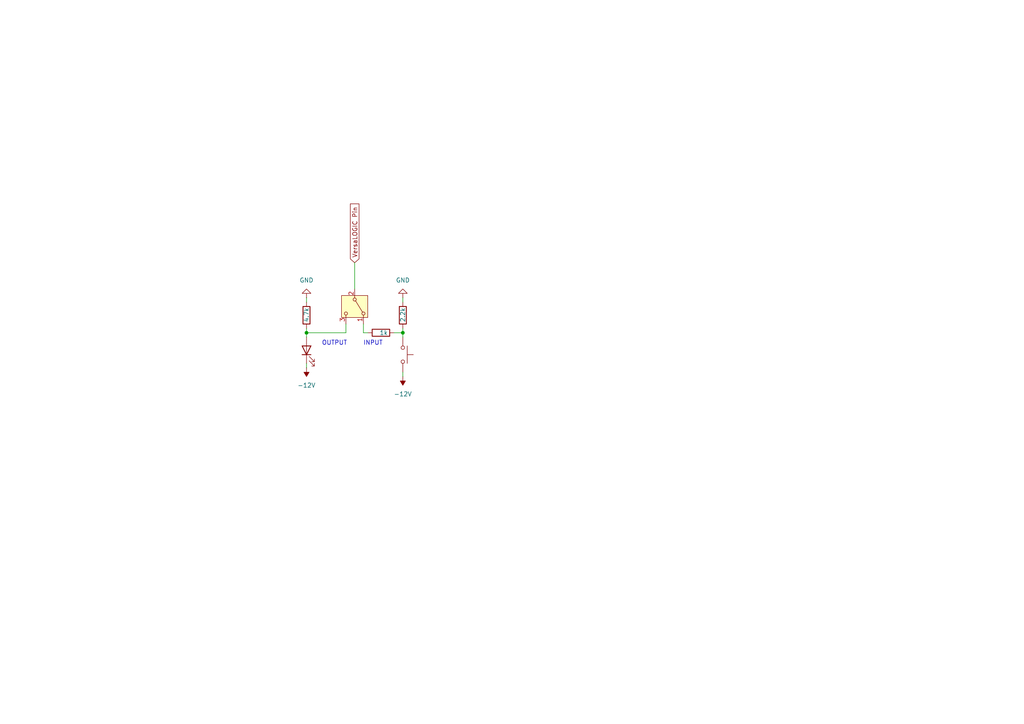
<source format=kicad_sch>
(kicad_sch (version 20250114) (generator "eeschema") (generator_version "9.0")
  (paper "A4")
  (lib_symbols
    (symbol "Device:LED" (pin_numbers (hide yes)) (pin_names (offset 1.016) (hide yes))
      (property "Reference" "D" (at 0 2.54 0))
      (property "Value" "LED" (at 0 -2.54 0))
      (symbol "LED_0_1"
        (polyline (pts (xy -3.048 -0.762) (xy -4.572 -2.286) (xy -3.81 -2.286) (xy -4.572 -2.286) (xy -4.572 -1.524)))
        (polyline (pts (xy -1.778 -0.762) (xy -3.302 -2.286) (xy -2.54 -2.286) (xy -3.302 -2.286) (xy -3.302 -1.524)))
        (polyline (pts (xy -1.27 0) (xy 1.27 0)))
        (polyline (pts (xy -1.27 -1.27) (xy -1.27 1.27)) (stroke (width 0.254)))
        (polyline (pts (xy 1.27 -1.27) (xy 1.27 1.27) (xy -1.27 0) (xy 1.27 -1.27)) (stroke (width 0.254)))
      )
      (symbol "LED_1_1"
        (pin passive line (at -3.81 0 0) (length 2.54) (name "K") (number "1"))
        (pin passive line (at 3.81 0 180) (length 2.54) (name "A") (number "2"))
      )
    )
    (symbol "Device:R" (pin_numbers (hide yes)) (pin_names (offset 0))
      (property "Reference" "R" (at 2.032 0 90))
      (property "Value" "R" (at 0 0 90))
      (symbol "R_0_1"
        (rectangle (start -1.016 -2.54) (end 1.016 2.54) (stroke (width 0.254)))
      )
      (symbol "R_1_1"
        (pin passive line (at 0 3.81 270) (length 1.27) (name "~") (number "1"))
        (pin passive line (at 0 -3.81 90) (length 1.27) (name "~") (number "2"))
      )
    )
    (symbol "Switch:SW_Push" (pin_numbers (hide yes)) (pin_names (offset 1.016) (hide yes))
      (property "Reference" "SW" (at 1.27 2.54 0))
      (property "Value" "SW_Push" (at 0 -1.524 0))
      (symbol "SW_Push_0_1"
        (circle (center -2.032 0) (radius 0.508))
        (polyline (pts (xy 0 1.27) (xy 0 3.048)))
        (circle (center 2.032 0) (radius 0.508))
        (polyline (pts (xy 2.54 1.27) (xy -2.54 1.27)))
        (pin passive line (at -5.08 0 0) (length 2.54) (name "1") (number "1"))
        (pin passive line (at 5.08 0 180) (length 2.54) (name "2") (number "2"))
      )
    )
    (symbol "Switch:SW_SPDT" (pin_names (offset 0) (hide yes))
      (property "Reference" "SW" (at 0 5.08 0))
      (property "Value" "SW_SPDT" (at 0 -5.08 0))
      (symbol "SW_SPDT_0_1"
        (circle (center -2.032 0) (radius 0.4572))
        (polyline (pts (xy -1.651 0.254) (xy 1.651 2.286)))
        (circle (center 2.032 2.54) (radius 0.4572))
        (circle (center 2.032 -2.54) (radius 0.4572))
      )
      (symbol "SW_SPDT_1_1"
        (rectangle (start -3.175 3.81) (end 3.175 -3.81) (fill (type background)))
        (pin passive line (at -5.08 0 0) (length 2.54) (name "B") (number "2"))
        (pin passive line (at 5.08 2.54 180) (length 2.54) (name "A") (number "1"))
        (pin passive line (at 5.08 -2.54 180) (length 2.54) (name "C") (number "3"))
      )
    )
    (symbol "power:-12V" (power) (pin_numbers (hide yes)) (pin_names (offset 0) (hide yes))
      (property "Value" "-12V" (at 0 3.556 0))
      (symbol "-12V_0_0"
        (pin power_in line (at 0 0 90) (length 0) (name "~") (number "1"))
      )
      (symbol "-12V_0_1"
        (polyline (pts (xy 0 0) (xy 0 1.27) (xy 0.762 1.27) (xy 0 2.54) (xy -0.762 1.27) (xy 0 1.27)) (fill (type outline)))
      )
    )
    (symbol "power:GND" (power) (pin_numbers (hide yes)) (pin_names (offset 0) (hide yes))
      (property "Value" "GND" (at 0 -3.81 0))
      (symbol "GND_0_1"
        (polyline (pts (xy 0 0) (xy 0 -1.27) (xy 1.27 -1.27) (xy 0 -2.54) (xy -1.27 -1.27) (xy 0 -1.27)))
      )
      (symbol "GND_1_1"
        (pin power_in line (at 0 0 270) (length 0) (name "~") (number "1"))
      )
    )
  )
  (text "OUTPUT" (at 97.028 99.568 0) (effects (font (size 1.27 1.27))))
  (text "INPUT" (at 108.204 99.568 0) (effects (font (size 1.27 1.27))))
  (junction (at 88.9 96.52))
  (junction (at 116.84 96.52))
  (wire (pts (xy 88.9 105.41) (xy 88.9 106.68)))
  (wire (pts (xy 88.9 86.36) (xy 88.9 87.63)))
  (wire (pts (xy 88.9 95.25) (xy 88.9 96.52)))
  (wire (pts (xy 116.84 107.95) (xy 116.84 109.22)))
  (wire (pts (xy 105.41 93.98) (xy 105.41 96.52)))
  (wire (pts (xy 116.84 86.36) (xy 116.84 87.63)))
  (wire (pts (xy 88.9 96.52) (xy 100.33 96.52)))
  (wire (pts (xy 116.84 95.25) (xy 116.84 96.52)))
  (wire (pts (xy 102.87 76.2) (xy 102.87 83.82)))
  (wire (pts (xy 116.84 96.52) (xy 116.84 97.79)))
  (wire (pts (xy 105.41 96.52) (xy 106.68 96.52)))
  (wire (pts (xy 114.3 96.52) (xy 116.84 96.52)))
  (wire (pts (xy 100.33 93.98) (xy 100.33 96.52)))
  (wire (pts (xy 88.9 96.52) (xy 88.9 97.79)))
  (global_label "VersaLOGIC Pin" (shape input) (at 102.87 76.2 90) (property "Intersheetrefs" "${INTERSHEET_REFS}" (effects (hide yes))))
  (symbol (lib_id "Device:LED") (at 88.9 101.6 90) (unit 1)
    (property "Reference" "D1" (effects (hide yes)))
    (property "Value" "LED" (effects (hide yes)))
    (property "Description" "Light emitting diode" (effects (hide yes)))
    (property "Sim.Pins" "1=K 2=A" (effects (hide yes)))
  )
  (symbol (lib_id "power:GND") (at 116.84 86.36 180) (unit 1)
    (property "Reference" "#PWR03" (effects (hide yes)))
    (property "Value" "GND" (at 116.84 81.28 0))
    (property "Description" "Power symbol creates a global label with name \"GND\" , ground" (effects (hide yes)))
  )
  (symbol (lib_id "Switch:SW_SPDT") (at 102.87 88.9 270) (unit 1)
    (property "Reference" "SW1" (effects (hide yes)))
    (property "Value" "SW_SPDT" (effects (hide yes)))
    (property "Description" "Switch, single pole double throw" (effects (hide yes)))
  )
  (symbol (lib_id "Device:R") (at 110.49 96.52 90) (unit 1)
    (property "Reference" "R4" (effects (hide yes)))
    (property "Value" "1k" (at 112.522 96.52 90) (effects (justify left)))
    (property "Description" "Resistor" (effects (hide yes)))
  )
  (symbol (lib_id "power:-12V") (at 116.84 109.22 180) (unit 1)
    (property "Reference" "#PWR04" (effects (hide yes)))
    (property "Value" "-12V" (at 116.84 114.3 0))
    (property "Description" "Power symbol creates a global label with name \"-12V\"" (effects (hide yes)))
  )
  (symbol (lib_id "Device:R") (at 116.84 91.44 0) (unit 1)
    (property "Reference" "R1" (effects (hide yes)))
    (property "Value" "2.2k" (at 116.84 93.472 90) (effects (justify left)))
    (property "Description" "Resistor" (effects (hide yes)))
  )
  (symbol (lib_id "Switch:SW_Push") (at 116.84 102.87 270) (unit 1)
    (property "Reference" "SW2" (effects (hide yes)))
    (property "Value" "SW_Push" (effects (hide yes)))
    (property "Description" "Push button switch, generic, two pins" (effects (hide yes)))
  )
  (symbol (lib_id "power:-12V") (at 88.9 106.68 180) (unit 1)
    (property "Reference" "#PWR01" (effects (hide yes)))
    (property "Value" "-12V" (at 88.9 111.76 0))
    (property "Description" "Power symbol creates a global label with name \"-12V\"" (effects (hide yes)))
  )
  (symbol (lib_id "power:GND") (at 88.9 86.36 180) (unit 1)
    (property "Reference" "#PWR02" (effects (hide yes)))
    (property "Value" "GND" (at 88.9 81.28 0))
    (property "Description" "Power symbol creates a global label with name \"GND\" , ground" (effects (hide yes)))
  )
  (symbol (lib_id "Device:R") (at 88.9 91.44 0) (unit 1)
    (property "Reference" "R3" (effects (hide yes)))
    (property "Value" "4.7k" (at 88.9 93.472 90) (effects (justify left)))
    (property "Description" "Resistor" (effects (hide yes)))
  )
)
</source>
